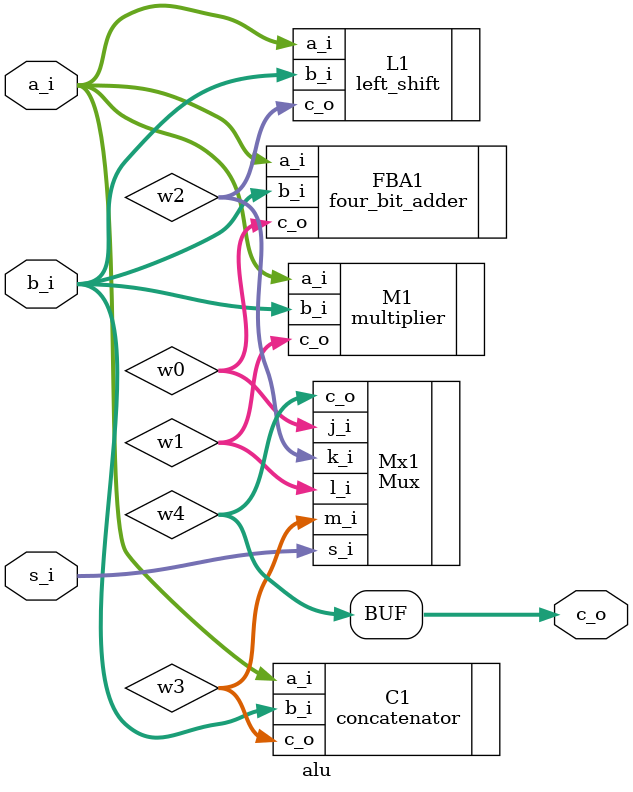
<source format=v>
`timescale 1ns / 1ps


module alu(
    input [3:0]a_i,
    input [3:0]b_i,
    input [1:0]s_i,
    output [7:0]c_o
    );
    
    wire [7:0] w0, w1, w2, w3, w4;
    
    four_bit_adder FBA1(.a_i(a_i), .b_i(b_i), .c_o(w0));
    multiplier M1(.a_i(a_i), .b_i(b_i), .c_o(w1));
    left_shift L1(.a_i(a_i), .b_i(b_i), .c_o(w2));
    concatenator C1(.a_i(a_i), .b_i(b_i), .c_o(w3));
    
    Mux Mx1(.j_i(w0), .k_i(w2), .l_i(w1), .m_i(w3), .s_i(s_i), .c_o(w4));
    
    assign c_o = w4;
endmodule

</source>
